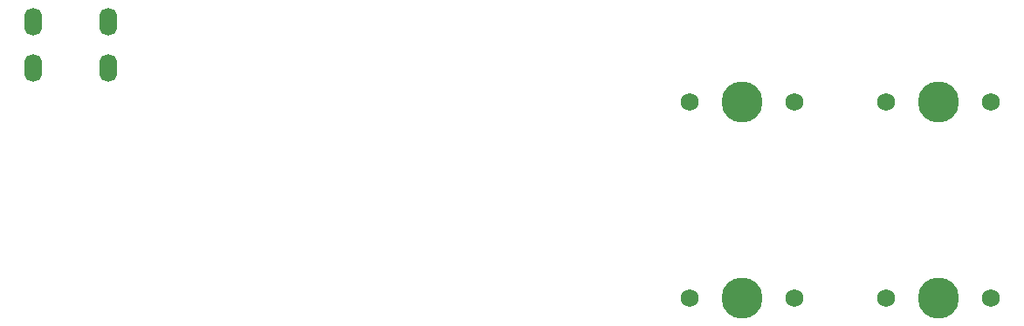
<source format=gts>
%TF.GenerationSoftware,KiCad,Pcbnew,(5.1.10)-1*%
%TF.CreationDate,2021-05-12T23:01:37-04:00*%
%TF.ProjectId,SwagPad,53776167-5061-4642-9e6b-696361645f70,rev?*%
%TF.SameCoordinates,Original*%
%TF.FileFunction,Soldermask,Top*%
%TF.FilePolarity,Negative*%
%FSLAX46Y46*%
G04 Gerber Fmt 4.6, Leading zero omitted, Abs format (unit mm)*
G04 Created by KiCad (PCBNEW (5.1.10)-1) date 2021-05-12 23:01:37*
%MOMM*%
%LPD*%
G01*
G04 APERTURE LIST*
%ADD10O,1.700000X2.700000*%
%ADD11C,1.750000*%
%ADD12C,3.987800*%
G04 APERTURE END LIST*
D10*
%TO.C,USB1*%
X67787500Y-81153000D03*
X75087500Y-81153000D03*
X75087500Y-85653000D03*
X67787500Y-85653000D03*
%TD*%
D11*
%TO.C,MX4*%
X160655000Y-107950000D03*
X150495000Y-107950000D03*
D12*
X155575000Y-107950000D03*
%TD*%
%TO.C,MX3*%
X155575000Y-88900000D03*
D11*
X150495000Y-88900000D03*
X160655000Y-88900000D03*
%TD*%
%TO.C,MX2*%
X141605000Y-107950000D03*
X131445000Y-107950000D03*
D12*
X136525000Y-107950000D03*
%TD*%
%TO.C,MX1*%
X136525000Y-88900000D03*
D11*
X131445000Y-88900000D03*
X141605000Y-88900000D03*
%TD*%
M02*

</source>
